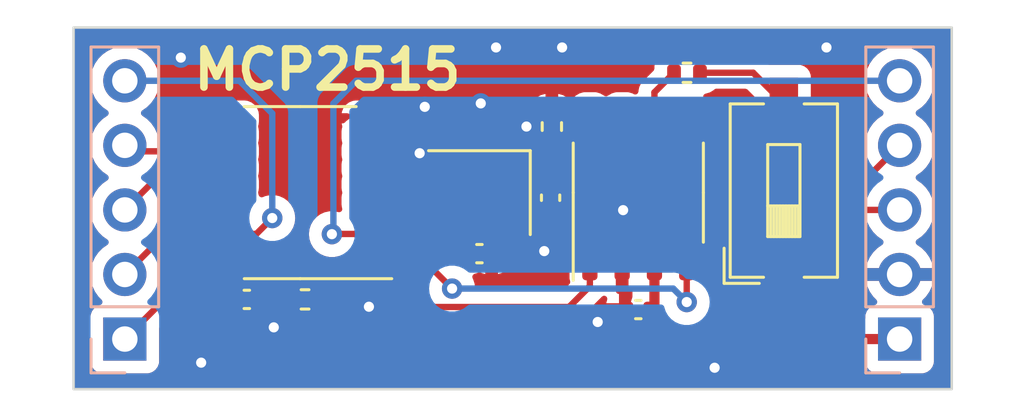
<source format=kicad_pcb>
(kicad_pcb (version 20221018) (generator pcbnew)
  (layers (0 "F.Cu" signal) (31 "B.Cu" signal) (34 "B.Paste" user) (35 "F.Paste" user) (36 "B.SilkS" user "B.Silkscreen") (37 "F.SilkS" user "F.Silkscreen") (38 "B.Mask" user) (39 "F.Mask" user) (44 "Edge.Cuts" user))
  (net 0 "")
  (net 1 "/CAN_TX")
  (net 2 "GND")
  (net 3 "+3V3")
  (net 4 "/CAN_RX")
  (net 6 "/CAN_L")
  (net 7 "/CAN_H")
  (net 8 "Net-(U101-Rs)")
  (net 13 "/OSC_OUT")
  (net 14 "/OSC_IN")
  (net 17 "/CAN_IRQ")
  (net 18 "/SPI_SCK")
  (net 20 "/SPI_MOSI")
  (net 21 "/SPI_MISO")
  (net 22 "/~{CS}")
  (net 23 "Net-(U102-~{RESET})")
  (net 24 "/SOF")
  (net 25 "Net-(R103-Pad1)")
  (footprint "Capacitor_SMD:C_0402_1005Metric" (layer "F.Cu") (at 128.397 118.711 180)
    (fp_text reference "C102" hide)
    (fp_text value "100n")
    (fp_line (start -0.107836 -0.36) (end 0.107836 -0.36) (stroke (width 0.12)) (layer "F.SilkS"))
    (fp_line (start -0.107836 0.36) (end 0.107836 0.36) (stroke (width 0.12)) (layer "F.SilkS"))
    (pad "1" smd roundrect (at -0.48 0 180) (size 0.56 0.62) (layers "F.Cu" "F.Paste" "F.Mask") (net 3 "+3V3"))
    (pad "2" smd roundrect (at 0.48 0 180) (size 0.56 0.62) (layers "F.Cu" "F.Paste" "F.Mask") (net 2 "GND"))
  )
  (footprint "Resistor_SMD:R_0402_1005Metric" (layer "F.Cu") (at 130.313 109.395 180)
    (fp_text reference "R103" hide)
    (fp_text value "120")
    (fp_line (start -0.153641 -0.38) (end 0.153641 -0.38) (stroke (width 0.12)) (layer "F.SilkS"))
    (fp_line (start -0.153641 0.38) (end 0.153641 0.38) (stroke (width 0.12)) (layer "F.SilkS"))
    (pad "1" smd roundrect (at -0.51 0 180) (size 0.54 0.64) (layers "F.Cu" "F.Paste" "F.Mask") (net 25 "Net-(R103-Pad1)"))
    (pad "2" smd roundrect (at 0.51 0 180) (size 0.54 0.64) (layers "F.Cu" "F.Paste" "F.Mask") (net 6 "/CAN_L"))
  )
  (footprint "Capacitor_SMD:C_0402_1005Metric" (layer "F.Cu") (at 124.947 114.311 -90)
    (fp_text reference "C103" hide)
    (fp_text value "10p")
    (fp_line (start -0.107836 -0.36) (end 0.107836 -0.36) (stroke (width 0.12)) (layer "F.SilkS"))
    (fp_line (start -0.107836 0.36) (end 0.107836 0.36) (stroke (width 0.12)) (layer "F.SilkS"))
    (pad "1" smd roundrect (at -0.48 0 270) (size 0.56 0.62) (layers "F.Cu" "F.Paste" "F.Mask") (net 14 "/OSC_IN"))
    (pad "2" smd roundrect (at 0.48 0 270) (size 0.56 0.62) (layers "F.Cu" "F.Paste" "F.Mask") (net 2 "GND"))
  )
  (footprint "Package_SO:TSSOP-20_4.4x6.5mm_P0.65mm" (layer "F.Cu") (at 115.097 114.111 180)
    (fp_text reference "U102" hide)
    (fp_text value "MCP2515-xST")
    (fp_line (start 0 -3.385) (end -3.6 -3.385) (stroke (width 0.12)) (layer "F.SilkS"))
    (fp_line (start 0 -3.385) (end 2.2 -3.385) (stroke (width 0.12)) (layer "F.SilkS"))
    (fp_line (start 0 3.385) (end -2.2 3.385) (stroke (width 0.12)) (layer "F.SilkS"))
    (fp_line (start 0 3.385) (end 2.2 3.385) (stroke (width 0.12)) (layer "F.SilkS"))
    (pad "1" smd roundrect (at -2.8625 -2.925 180) (size 1.475 0.4) (layers "F.Cu" "F.Paste" "F.Mask") (net 1 "/CAN_TX"))
    (pad "2" smd roundrect (at -2.8625 -2.275 180) (size 1.475 0.4) (layers "F.Cu" "F.Paste" "F.Mask") (net 4 "/CAN_RX"))
    (pad "3" smd roundrect (at -2.8625 -1.625 180) (size 1.475 0.4) (layers "F.Cu" "F.Paste" "F.Mask") (net 24 "/SOF"))
    (pad "4" smd roundrect (at -2.8625 -0.975 180) (size 1.475 0.4) (layers "F.Cu" "F.Paste" "F.Mask"))
    (pad "5" smd roundrect (at -2.8625 -0.325 180) (size 1.475 0.4) (layers "F.Cu" "F.Paste" "F.Mask"))
    (pad "6" smd roundrect (at -2.8625 0.325 180) (size 1.475 0.4) (layers "F.Cu" "F.Paste" "F.Mask"))
    (pad "7" smd roundrect (at -2.8625 0.975 180) (size 1.475 0.4) (layers "F.Cu" "F.Paste" "F.Mask"))
    (pad "8" smd roundrect (at -2.8625 1.625 180) (size 1.475 0.4) (layers "F.Cu" "F.Paste" "F.Mask") (net 13 "/OSC_OUT"))
    (pad "9" smd roundrect (at -2.8625 2.275 180) (size 1.475 0.4) (layers "F.Cu" "F.Paste" "F.Mask") (net 14 "/OSC_IN"))
    (pad "10" smd roundrect (at -2.8625 2.925 180) (size 1.475 0.4) (layers "F.Cu" "F.Paste" "F.Mask") (net 2 "GND"))
    (pad "11" smd roundrect (at 2.8625 2.925 180) (size 1.475 0.4) (layers "F.Cu" "F.Paste" "F.Mask"))
    (pad "12" smd roundrect (at 2.8625 2.275 180) (size 1.475 0.4) (layers "F.Cu" "F.Paste" "F.Mask"))
    (pad "13" smd roundrect (at 2.8625 1.625 180) (size 1.475 0.4) (layers "F.Cu" "F.Paste" "F.Mask") (net 17 "/CAN_IRQ"))
    (pad "14" smd roundrect (at 2.8625 0.975 180) (size 1.475 0.4) (layers "F.Cu" "F.Paste" "F.Mask") (net 18 "/SPI_SCK"))
    (pad "15" smd roundrect (at 2.8625 0.325 180) (size 1.475 0.4) (layers "F.Cu" "F.Paste" "F.Mask"))
    (pad "16" smd roundrect (at 2.8625 -0.325 180) (size 1.475 0.4) (layers "F.Cu" "F.Paste" "F.Mask") (net 20 "/SPI_MOSI"))
    (pad "17" smd roundrect (at 2.8625 -0.975 180) (size 1.475 0.4) (layers "F.Cu" "F.Paste" "F.Mask") (net 21 "/SPI_MISO"))
    (pad "18" smd roundrect (at 2.8625 -1.625 180) (size 1.475 0.4) (layers "F.Cu" "F.Paste" "F.Mask") (net 22 "/~{CS}"))
    (pad "19" smd roundrect (at 2.8625 -2.275 180) (size 1.475 0.4) (layers "F.Cu" "F.Paste" "F.Mask") (net 23 "Net-(U102-~{RESET})"))
    (pad "20" smd roundrect (at 2.8625 -2.925 180) (size 1.475 0.4) (layers "F.Cu" "F.Paste" "F.Mask") (net 3 "+3V3"))
  )
  (footprint "Resistor_SMD:R_0402_1005Metric" (layer "F.Cu") (at 115.287 118.311 180)
    (fp_text reference "R102" hide)
    (fp_text value "10K")
    (fp_line (start -0.153641 -0.38) (end 0.153641 -0.38) (stroke (width 0.12)) (layer "F.SilkS"))
    (fp_line (start -0.153641 0.38) (end 0.153641 0.38) (stroke (width 0.12)) (layer "F.SilkS"))
    (pad "1" smd roundrect (at -0.51 0 180) (size 0.54 0.64) (layers "F.Cu" "F.Paste" "F.Mask") (net 23 "Net-(U102-~{RESET})"))
    (pad "2" smd roundrect (at 0.51 0 180) (size 0.54 0.64) (layers "F.Cu" "F.Paste" "F.Mask") (net 3 "+3V3"))
  )
  (footprint "Resistor_SMD:R_0402_1005Metric" (layer "F.Cu") (at 124.997 111.511 -90)
    (fp_text reference "R101" hide)
    (fp_text value "10K")
    (fp_line (start -0.153641 -0.38) (end 0.153641 -0.38) (stroke (width 0.12)) (layer "F.SilkS"))
    (fp_line (start -0.153641 0.38) (end 0.153641 0.38) (stroke (width 0.12)) (layer "F.SilkS"))
    (pad "1" smd roundrect (at -0.51 0 270) (size 0.54 0.64) (layers "F.Cu" "F.Paste" "F.Mask") (net 2 "GND"))
    (pad "2" smd roundrect (at 0.51 0 270) (size 0.54 0.64) (layers "F.Cu" "F.Paste" "F.Mask") (net 8 "Net-(U101-Rs)"))
  )
  (footprint "Capacitor_SMD:C_0402_1005Metric" (layer "F.Cu") (at 122.147 116.511)
    (fp_text reference "C104" hide)
    (fp_text value "10p")
    (fp_line (start -0.107836 -0.36) (end 0.107836 -0.36) (stroke (width 0.12)) (layer "F.SilkS"))
    (fp_line (start -0.107836 0.36) (end 0.107836 0.36) (stroke (width 0.12)) (layer "F.SilkS"))
    (pad "1" smd roundrect (at -0.48 0) (size 0.56 0.62) (layers "F.Cu" "F.Paste" "F.Mask") (net 13 "/OSC_OUT"))
    (pad "2" smd roundrect (at 0.48 0) (size 0.56 0.62) (layers "F.Cu" "F.Paste" "F.Mask") (net 2 "GND"))
  )
  (footprint "Crystal:Crystal_SMD_3225-4Pin_3.2x2.5mm" (layer "F.Cu") (at 122.147 114.111 180)
    (fp_text reference "Y101" hide)
    (fp_text value "8MHz")
    (fp_line (start -2 -1.65) (end -2 1.65) (stroke (width 0.12)) (layer "F.SilkS"))
    (fp_line (start -2 1.65) (end 2 1.65) (stroke (width 0.12)) (layer "F.SilkS"))
    (pad "1" smd rect (at -1.1 0.85 180) (size 1.4 1.2) (layers "F.Cu" "F.Paste" "F.Mask") (net 14 "/OSC_IN"))
    (pad "2" smd rect (at 1.1 0.85 180) (size 1.4 1.2) (layers "F.Cu" "F.Paste" "F.Mask") (net 2 "GND"))
    (pad "3" smd rect (at 1.1 -0.85 180) (size 1.4 1.2) (layers "F.Cu" "F.Paste" "F.Mask") (net 13 "/OSC_OUT"))
    (pad "4" smd rect (at -1.1 -0.85 180) (size 1.4 1.2) (layers "F.Cu" "F.Paste" "F.Mask") (net 2 "GND"))
  )
  (footprint "Package_SO:SOIC-8_3.9x4.9mm_P1.27mm" (layer "F.Cu") (at 128.397 114.111 90)
    (fp_text reference "U101" hide)
    (fp_text value "SN65HVD230")
    (fp_line (start 0 -2.56) (end -3.45 -2.56) (stroke (width 0.12)) (layer "F.SilkS"))
    (fp_line (start 0 -2.56) (end 1.95 -2.56) (stroke (width 0.12)) (layer "F.SilkS"))
    (fp_line (start 0 2.56) (end -1.95 2.56) (stroke (width 0.12)) (layer "F.SilkS"))
    (fp_line (start 0 2.56) (end 1.95 2.56) (stroke (width 0.12)) (layer "F.SilkS"))
    (pad "1" smd roundrect (at -2.475 -1.905 90) (size 1.95 0.6) (layers "F.Cu" "F.Paste" "F.Mask") (net 1 "/CAN_TX"))
    (pad "2" smd roundrect (at -2.475 -0.635 90) (size 1.95 0.6) (layers "F.Cu" "F.Paste" "F.Mask") (net 2 "GND"))
    (pad "3" smd roundrect (at -2.475 0.635 90) (size 1.95 0.6) (layers "F.Cu" "F.Paste" "F.Mask") (net 3 "+3V3"))
    (pad "4" smd roundrect (at -2.475 1.905 90) (size 1.95 0.6) (layers "F.Cu" "F.Paste" "F.Mask") (net 4 "/CAN_RX"))
    (pad "5" smd roundrect (at 2.475 1.905 90) (size 1.95 0.6) (layers "F.Cu" "F.Paste" "F.Mask"))
    (pad "6" smd roundrect (at 2.475 0.635 90) (size 1.95 0.6) (layers "F.Cu" "F.Paste" "F.Mask") (net 6 "/CAN_L"))
    (pad "7" smd roundrect (at 2.475 -0.635 90) (size 1.95 0.6) (layers "F.Cu" "F.Paste" "F.Mask") (net 7 "/CAN_H"))
    (pad "8" smd roundrect (at 2.475 -1.905 90) (size 1.95 0.6) (layers "F.Cu" "F.Paste" "F.Mask") (net 8 "Net-(U101-Rs)"))
  )
  (footprint "Capacitor_SMD:C_0402_1005Metric" (layer "F.Cu") (at 112.997 118.311)
    (fp_text reference "C101" hide)
    (fp_text value "100n")
    (fp_line (start -0.107836 -0.36) (end 0.107836 -0.36) (stroke (width 0.12)) (layer "F.SilkS"))
    (fp_line (start -0.107836 0.36) (end 0.107836 0.36) (stroke (width 0.12)) (layer "F.SilkS"))
    (pad "1" smd roundrect (at -0.48 0) (size 0.56 0.62) (layers "F.Cu" "F.Paste" "F.Mask") (net 3 "+3V3"))
    (pad "2" smd roundrect (at 0.48 0) (size 0.56 0.62) (layers "F.Cu" "F.Paste" "F.Mask") (net 2 "GND"))
  )
  (footprint "Button_Switch_SMD:SW_DIP_SPSTx01_Slide_6.7x4.1mm_W6.73mm_P2.54mm_LowProfile_JPin" (layer "F.Cu") (at 134.123 114.03 90)
    (fp_text reference "SW101" hide)
    (fp_text value "SW_DIP_x01")
    (fp_line (start -3.65 -2.35) (end -3.65 -0.967) (stroke (width 0.12)) (layer "F.SilkS"))
    (fp_line (start -3.65 -2.35) (end -2.267 -2.35) (stroke (width 0.12)) (layer "F.SilkS"))
    (fp_line (start -3.41 -2.11) (end -3.41 -0.8) (stroke (width 0.12)) (layer "F.SilkS"))
    (fp_line (start -3.41 -2.11) (end 3.41 -2.11) (stroke (width 0.12)) (layer "F.SilkS"))
    (fp_line (start -3.41 0.8) (end -3.41 2.11) (stroke (width 0.12)) (layer "F.SilkS"))
    (fp_line (start -3.41 2.11) (end 3.41 2.11) (stroke (width 0.12)) (layer "F.SilkS"))
    (fp_line (start -1.81 -0.635) (end -1.81 0.635) (stroke (width 0.12)) (layer "F.SilkS"))
    (fp_line (start -1.81 -0.515) (end -0.603333 -0.515) (stroke (width 0.12)) (layer "F.SilkS"))
    (fp_line (start -1.81 -0.395) (end -0.603333 -0.395) (stroke (width 0.12)) (layer "F.SilkS"))
    (fp_line (start -1.81 -0.275) (end -0.603333 -0.275) (stroke (width 0.12)) (layer "F.SilkS"))
    (fp_line (start -1.81 -0.155) (end -0.603333 -0.155) (stroke (width 0.12)) (layer "F.SilkS"))
    (fp_line (start -1.81 -0.035) (end -0.603333 -0.035) (stroke (width 0.12)) (layer "F.SilkS"))
    (fp_line (start -1.81 0.085) (end -0.603333 0.085) (stroke (width 0.12)) (layer "F.SilkS"))
    (fp_line (start -1.81 0.205) (end -0.603333 0.205) (stroke (width 0.12)) (layer "F.SilkS"))
    (fp_line (start -1.81 0.325) (end -0.603333 0.325) (stroke (width 0.12)) (layer "F.SilkS"))
    (fp_line (start -1.81 0.445) (end -0.603333 0.445) (stroke (width 0.12)) (layer "F.SilkS"))
    (fp_line (start -1.81 0.565) (end -0.603333 0.565) (stroke (width 0.12)) (layer "F.SilkS"))
    (fp_line (start -1.81 0.635) (end 1.81 0.635) (stroke (width 0.12)) (layer "F.SilkS"))
    (fp_line (start -0.603333 -0.635) (end -0.603333 0.635) (stroke (width 0.12)) (layer "F.SilkS"))
    (fp_line (start 1.81 -0.635) (end -1.81 -0.635) (stroke (width 0.12)) (layer "F.SilkS"))
    (fp_line (start 1.81 0.635) (end 1.81 -0.635) (stroke (width 0.12)) (layer "F.SilkS"))
    (fp_line (start 3.41 -2.11) (end 3.41 -0.8) (stroke (width 0.12)) (layer "F.SilkS"))
    (fp_line (start 3.41 0.8) (end 3.41 2.11) (stroke (width 0.12)) (layer "F.SilkS"))
    (pad "1" smd rect (at -3.365 0 90) (size 2.16 1.12) (layers "F.Cu" "F.Paste" "F.Mask") (net 7 "/CAN_H"))
    (pad "2" smd rect (at 3.365 0 90) (size 2.16 1.12) (layers "F.Cu" "F.Paste" "F.Mask") (net 25 "Net-(R103-Pad1)"))
  )
  (footprint "Connector_PinHeader_2.54mm:PinHeader_1x05_P2.54mm_Vertical" (layer "B.Cu") (at 138.677 119.871)
    (fp_text reference "J102" hide)
    (fp_text value "Can Connect")
    (fp_line (start -1.33 -11.49) (end 1.33 -11.49) (stroke (width 0.12)) (layer "B.SilkS"))
    (fp_line (start -1.33 -1.27) (end -1.33 -11.49) (stroke (width 0.12)) (layer "B.SilkS"))
    (fp_line (start -1.33 -1.27) (end 1.33 -1.27) (stroke (width 0.12)) (layer "B.SilkS"))
    (fp_line (start -1.33 0) (end -1.33 1.33) (stroke (width 0.12)) (layer "B.SilkS"))
    (fp_line (start -1.33 1.33) (end 0 1.33) (stroke (width 0.12)) (layer "B.SilkS"))
    (fp_line (start 1.33 -1.27) (end 1.33 -11.49) (stroke (width 0.12)) (layer "B.SilkS"))
    (pad "1" thru_hole rect (at 0 0) (size 1.7 1.7) (drill 1) (layers "*.Cu" "*.Mask") (net 3 "+3V3"))
    (pad "2" thru_hole oval (at 0 -2.54) (size 1.7 1.7) (drill 1) (layers "*.Cu" "*.Mask") (net 2 "GND"))
    (pad "3" thru_hole oval (at 0 -5.08) (size 1.7 1.7) (drill 1) (layers "*.Cu" "*.Mask") (net 7 "/CAN_H"))
    (pad "4" thru_hole oval (at 0 -7.62) (size 1.7 1.7) (drill 1) (layers "*.Cu" "*.Mask") (net 6 "/CAN_L"))
    (pad "5" thru_hole oval (at 0 -10.16) (size 1.7 1.7) (drill 1) (layers "*.Cu" "*.Mask") (net 24 "/SOF"))
  )
  (footprint "Connector_PinHeader_2.54mm:PinHeader_1x05_P2.54mm_Vertical" (layer "B.Cu") (at 108.197 119.871)
    (fp_text reference "J101" hide)
    (fp_text value "Can Connect")
    (fp_line (start -1.33 -11.49) (end 1.33 -11.49) (stroke (width 0.12)) (layer "B.SilkS"))
    (fp_line (start -1.33 -1.27) (end -1.33 -11.49) (stroke (width 0.12)) (layer "B.SilkS"))
    (fp_line (start -1.33 -1.27) (end 1.33 -1.27) (stroke (width 0.12)) (layer "B.SilkS"))
    (fp_line (start -1.33 0) (end -1.33 1.33) (stroke (width 0.12)) (layer "B.SilkS"))
    (fp_line (start -1.33 1.33) (end 0 1.33) (stroke (width 0.12)) (layer "B.SilkS"))
    (fp_line (start 1.33 -1.27) (end 1.33 -11.49) (stroke (width 0.12)) (layer "B.SilkS"))
    (pad "1" thru_hole rect (at 0 0) (size 1.7 1.7) (drill 1) (layers "*.Cu" "*.Mask") (net 21 "/SPI_MISO"))
    (pad "2" thru_hole oval (at 0 -2.54) (size 1.7 1.7) (drill 1) (layers "*.Cu" "*.Mask") (net 20 "/SPI_MOSI"))
    (pad "3" thru_hole oval (at 0 -5.08) (size 1.7 1.7) (drill 1) (layers "*.Cu" "*.Mask") (net 18 "/SPI_SCK"))
    (pad "4" thru_hole oval (at 0 -7.62) (size 1.7 1.7) (drill 1) (layers "*.Cu" "*.Mask") (net 17 "/CAN_IRQ"))
    (pad "5" thru_hole oval (at 0 -10.16) (size 1.7 1.7) (drill 1) (layers "*.Cu" "*.Mask") (net 22 "/~{CS}"))
  )
  (gr_rect (start 106.183 107.617) (end 140.727 121.841) (stroke (width 0.1)) (fill none) (layer "Edge.Cuts"))
  (gr_text "MCP2515" (at 110.755 110.157) (layer "F.SilkS") (effects (font (size 1.5 1.5) (thickness 0.3) bold) (justify left bottom)))
  (segment (start 118.772 117.036) (end 120.347 118.611) (width 0.25) (layer "F.Cu") (net 1))
  (segment (start 120.347 118.611) (end 125.672 118.611) (width 0.25) (layer "F.Cu") (net 1))
  (segment (start 125.672 118.611) (end 126.492 117.791) (width 0.25) (layer "F.Cu") (net 1))
  (segment (start 126.492 117.791) (end 126.492 116.586) (width 0.25) (layer "F.Cu") (net 1))
  (segment (start 117.9595 117.036) (end 118.772 117.036) (width 0.25) (layer "F.Cu") (net 1))
  (segment (start 124.997 111.001) (end 124.507 111.001) (width 0.25) (layer "F.Cu") (net 2))
  (segment (start 123.247 114.961) (end 124.697 116.411) (width 0.25) (layer "F.Cu") (net 2))
  (segment (start 117.9595 111.186) (end 119.547 111.186) (width 0.25) (layer "F.Cu") (net 2))
  (segment (start 127.762 118.556) (end 127.917 118.711) (width 0.25) (layer "F.Cu") (net 2))
  (segment (start 121.047 113.261) (end 121.147 113.261) (width 0.25) (layer "F.Cu") (net 2))
  (segment (start 121.047 113.261) (end 120.496598 113.261) (width 0.25) (layer "F.Cu") (net 2))
  (segment (start 113.477 118.831) (end 113.477 118.311) (width 0.25) (layer "F.Cu") (net 2))
  (segment (start 124.507 111.001) (end 123.997 111.511) (width 0.25) (layer "F.Cu") (net 2))
  (segment (start 119.547 111.186) (end 119.997 110.736) (width 0.25) (layer "F.Cu") (net 2))
  (segment (start 120.496598 113.261) (end 119.795714 112.560116) (width 0.25) (layer "F.Cu") (net 2))
  (segment (start 127.762 116.586) (end 127.762 118.556) (width 0.25) (layer "F.Cu") (net 2))
  (segment (start 123.247 114.961) (end 123.247 115.891) (width 0.25) (layer "F.Cu") (net 2))
  (segment (start 122.847 114.961) (end 123.247 114.961) (width 0.25) (layer "F.Cu") (net 2))
  (segment (start 121.147 113.261) (end 122.847 114.961) (width 0.25) (layer "F.Cu") (net 2))
  (segment (start 120.572 112.786) (end 121.047 113.261) (width 0.25) (layer "F.Cu") (net 2))
  (segment (start 123.417 114.791) (end 123.247 114.961) (width 0.25) (layer "F.Cu") (net 2))
  (segment (start 123.247 115.891) (end 122.627 116.511) (width 0.25) (layer "F.Cu") (net 2))
  (segment (start 114.057 119.411) (end 113.477 118.831) (width 0.25) (layer "F.Cu") (net 2))
  (segment (start 124.947 114.791) (end 123.417 114.791) (width 0.25) (layer "F.Cu") (net 2))
  (via (at 124.697 116.411) (size 0.8) (drill 0.4) (layers "F.Cu" "B.Cu") (net 2))
  (via (at 131.4 121) (size 0.8) (drill 0.4) (layers "F.Cu" "B.Cu") (net 2))
  (via (at 135.8 108.4) (size 0.8) (drill 0.4) (layers "F.Cu" "B.Cu") (net 2))
  (via (at 111.2 120.8) (size 0.8) (drill 0.4) (layers "F.Cu" "B.Cu") (net 2))
  (via (at 117.8 118.6) (size 0.8) (drill 0.4) (layers "F.Cu" "B.Cu") (net 2))
  (via (at 125.4 108.4) (size 0.8) (drill 0.4) (layers "F.Cu" "B.Cu") (net 2))
  (via (at 119.997 110.736) (size 0.8) (drill 0.4) (layers "F.Cu" "B.Cu") (net 2))
  (via (at 114.057 119.411) (size 0.8) (drill 0.4) (layers "F.Cu" "B.Cu") (net 2))
  (via (at 127.8 114.8) (size 0.8) (drill 0.4) (layers "F.Cu" "B.Cu") (net 2))
  (via (at 122.2 110.6) (size 0.8) (drill 0.4) (layers "F.Cu" "B.Cu") (net 2))
  (via (at 123.997 111.511) (size 0.8) (drill 0.4) (layers "F.Cu" "B.Cu") (net 2))
  (via (at 122.8 108.4) (size 0.8) (drill 0.4) (layers "F.Cu" "B.Cu") (net 2))
  (via (at 119.795714 112.560116) (size 0.8) (drill 0.4) (layers "F.Cu" "B.Cu") (net 2))
  (via (at 126.8 119.2) (size 0.8) (drill 0.4) (layers "F.Cu" "B.Cu") (net 2))
  (via (at 110.4 108.8) (size 0.8) (drill 0.4) (layers "F.Cu" "B.Cu") (net 2))
  (segment (start 112.517 119.793) (end 113.041 120.317) (width 0.4) (layer "F.Cu") (net 3))
  (segment (start 112.517 118.311) (end 112.517 119.793) (width 0.4) (layer "F.Cu") (net 3))
  (segment (start 129.591 120.317) (end 130.037 119.871) (width 0.4) (layer "F.Cu") (net 3))
  (segment (start 114.122 117.036) (end 114.777 117.691) (width 0.4) (layer "F.Cu") (net 3))
  (segment (start 129.032 116.586) (end 129.032 118.556) (width 0.4) (layer "F.Cu") (net 3))
  (segment (start 114.777 117.691) (end 114.777 118.311) (width 0.4) (layer "F.Cu") (net 3))
  (segment (start 138.677 119.871) (end 130.037 119.871) (width 0.4) (layer "F.Cu") (net 3))
  (segment (start 129.032 118.556) (end 128.877 118.711) (width 0.4) (layer "F.Cu") (net 3))
  (segment (start 113.041 120.317) (end 129.591 120.317) (width 0.4) (layer "F.Cu") (net 3))
  (segment (start 112.517 117.3185) (end 112.2345 117.036) (width 0.4) (layer "F.Cu") (net 3))
  (segment (start 112.2345 117.036) (end 114.122 117.036) (width 0.4) (layer "F.Cu") (net 3))
  (segment (start 130.037 119.871) (end 128.877 118.711) (width 0.4) (layer "F.Cu") (net 3))
  (segment (start 112.517 118.311) (end 112.517 117.3185) (width 0.4) (layer "F.Cu") (net 3))
  (segment (start 119.572 116.386) (end 121.072 117.886) (width 0.25) (layer "F.Cu") (net 4))
  (segment (start 130.302 118.416) (end 130.302 116.586) (width 0.25) (layer "F.Cu") (net 4))
  (segment (start 117.9595 116.386) (end 119.572 116.386) (width 0.25) (layer "F.Cu") (net 4))
  (via (at 130.302 118.416) (size 0.8) (drill 0.4) (layers "F.Cu" "B.Cu") (net 4))
  (via (at 121.072 117.886) (size 0.8) (drill 0.4) (layers "F.Cu" "B.Cu") (net 4))
  (segment (start 130.302 118.416) (end 129.772 117.886) (width 0.25) (layer "B.Cu") (net 4))
  (segment (start 129.772 117.886) (end 121.072 117.886) (width 0.25) (layer "B.Cu") (net 4))
  (segment (start 129.032 112.610999) (end 129.880001 113.459) (width 0.25) (layer "F.Cu") (net 6))
  (segment (start 137.469 113.459) (end 138.677 112.251) (width 0.25) (layer "F.Cu") (net 6))
  (segment (start 129.880001 113.459) (end 137.469 113.459) (width 0.25) (layer "F.Cu") (net 6))
  (segment (start 129.032 111.636) (end 129.032 112.610999) (width 0.25) (layer "F.Cu") (net 6))
  (segment (start 129.803 109.395) (end 129.032 110.166) (width 0.25) (layer "F.Cu") (net 6))
  (segment (start 129.032 110.166) (end 129.032 111.636) (width 0.25) (layer "F.Cu") (net 6))
  (segment (start 127.762 112.610999) (end 129.942001 114.791) (width 0.25) (layer "F.Cu") (net 7))
  (segment (start 127.762 111.636) (end 127.762 112.610999) (width 0.25) (layer "F.Cu") (net 7))
  (segment (start 131.583 114.792) (end 134.123 117.332) (width 0.25) (layer "F.Cu") (net 7))
  (segment (start 131.583 114.791) (end 138.677 114.791) (width 0.25) (layer "F.Cu") (net 7))
  (segment (start 131.583 114.791) (end 131.583 114.792) (width 0.25) (layer "F.Cu") (net 7))
  (segment (start 129.942001 114.791) (end 131.583 114.791) (width 0.25) (layer "F.Cu") (net 7))
  (segment (start 126.107 112.021) (end 126.492 111.636) (width 0.25) (layer "F.Cu") (net 8))
  (segment (start 124.997 112.021) (end 126.107 112.021) (width 0.25) (layer "F.Cu") (net 8))
  (segment (start 119.372 114.261) (end 120.072 114.961) (width 0.25) (layer "F.Cu") (net 13))
  (segment (start 118.696999 112.486) (end 119.372 113.161001) (width 0.25) (layer "F.Cu") (net 13))
  (segment (start 121.047 114.961) (end 121.047 115.891) (width 0.25) (layer "F.Cu") (net 13))
  (segment (start 120.072 114.961) (end 121.047 114.961) (width 0.25) (layer "F.Cu") (net 13))
  (segment (start 121.047 115.891) (end 121.667 116.511) (width 0.25) (layer "F.Cu") (net 13))
  (segment (start 119.372 113.161001) (end 119.372 114.261) (width 0.25) (layer "F.Cu") (net 13))
  (segment (start 117.9595 112.486) (end 118.696999 112.486) (width 0.25) (layer "F.Cu") (net 13))
  (segment (start 124.947 113.831) (end 123.817 113.831) (width 0.25) (layer "F.Cu") (net 14))
  (segment (start 117.9595 111.836) (end 121.822 111.836) (width 0.25) (layer "F.Cu") (net 14))
  (segment (start 121.822 111.836) (end 123.247 113.261) (width 0.25) (layer "F.Cu") (net 14))
  (segment (start 123.817 113.831) (end 123.247 113.261) (width 0.25) (layer "F.Cu") (net 14))
  (segment (start 108.197 112.251) (end 108.432 112.486) (width 0.25) (layer "F.Cu") (net 17))
  (segment (start 108.432 112.486) (end 112.2345 112.486) (width 0.25) (layer "F.Cu") (net 17))
  (segment (start 109.852 113.136) (end 112.2345 113.136) (width 0.25) (layer "F.Cu") (net 18))
  (segment (start 108.197 114.791) (end 109.852 113.136) (width 0.25) (layer "F.Cu") (net 18))
  (segment (start 111.092 114.436) (end 112.2345 114.436) (width 0.25) (layer "F.Cu") (net 20))
  (segment (start 108.197 117.331) (end 111.092 114.436) (width 0.25) (layer "F.Cu") (net 20))
  (segment (start 110.197 117.871) (end 108.197 119.871) (width 0.25) (layer "F.Cu") (net 21))
  (segment (start 111.497001 115.086) (end 110.197 116.386001) (width 0.25) (layer "F.Cu") (net 21))
  (segment (start 110.197 116.386001) (end 110.197 117.871) (width 0.25) (layer "F.Cu") (net 21))
  (segment (start 112.2345 115.086) (end 111.497001 115.086) (width 0.25) (layer "F.Cu") (net 21))
  (segment (start 113.997 115.111) (end 113.372 115.736) (width 0.25) (layer "F.Cu") (net 22))
  (segment (start 113.372 115.736) (end 112.2345 115.736) (width 0.25) (layer "F.Cu") (net 22))
  (via (at 113.997 115.111) (size 0.8) (drill 0.4) (layers "F.Cu" "B.Cu") (net 22))
  (segment (start 113.997 110.997) (end 112.711 109.711) (width 0.25) (layer "B.Cu") (net 22))
  (segment (start 112.711 109.711) (end 108.197 109.711) (width 0.25) (layer "B.Cu") (net 22))
  (segment (start 113.997 115.111) (end 113.997 110.997) (width 0.25) (layer "B.Cu") (net 22))
  (segment (start 115.797 117.711) (end 115.797 118.311) (width 0.25) (layer "F.Cu") (net 23))
  (segment (start 112.2345 116.386) (end 114.472 116.386) (width 0.25) (layer "F.Cu") (net 23))
  (segment (start 114.472 116.386) (end 115.797 117.711) (width 0.25) (layer "F.Cu") (net 23))
  (segment (start 117.9595 115.736) (end 116.352 115.736) (width 0.25) (layer "F.Cu") (net 24))
  (segment (start 116.352 115.736) (end 116.343 115.745) (width 0.25) (layer "F.Cu") (net 24))
  (via (at 116.343 115.745) (size 0.8) (drill 0.4) (layers "F.Cu" "B.Cu") (net 24))
  (segment (start 116.402 110.606) (end 117.297 109.711) (width 0.25) (layer "B.Cu") (net 24))
  (segment (start 116.402 115.686) (end 116.402 110.606) (width 0.25) (layer "B.Cu") (net 24))
  (segment (start 116.343 115.745) (end 116.402 115.686) (width 0.25) (layer "B.Cu") (net 24))
  (segment (start 117.297 109.711) (end 138.677 109.711) (width 0.25) (layer "B.Cu") (net 24))
  (segment (start 132.916 109.395) (end 134.123 110.602) (width 0.25) (layer "F.Cu") (net 25))
  (segment (start 130.823 109.395) (end 132.916 109.395) (width 0.25) (layer "F.Cu") (net 25))
  (zone (net 2) (net_name "GND") (layers "F&B.Cu") (connect_pads (clearance 0.5)) (min_thickness 0.25) (fill yes (thermal_gap 0.5) (thermal_bridge_width 0.5))
    (polygon (pts (xy 140.981 107.363) (xy 105.929 107.363) (xy 105.929 122.095) (xy 140.981 122.095)))
  )
)
</source>
